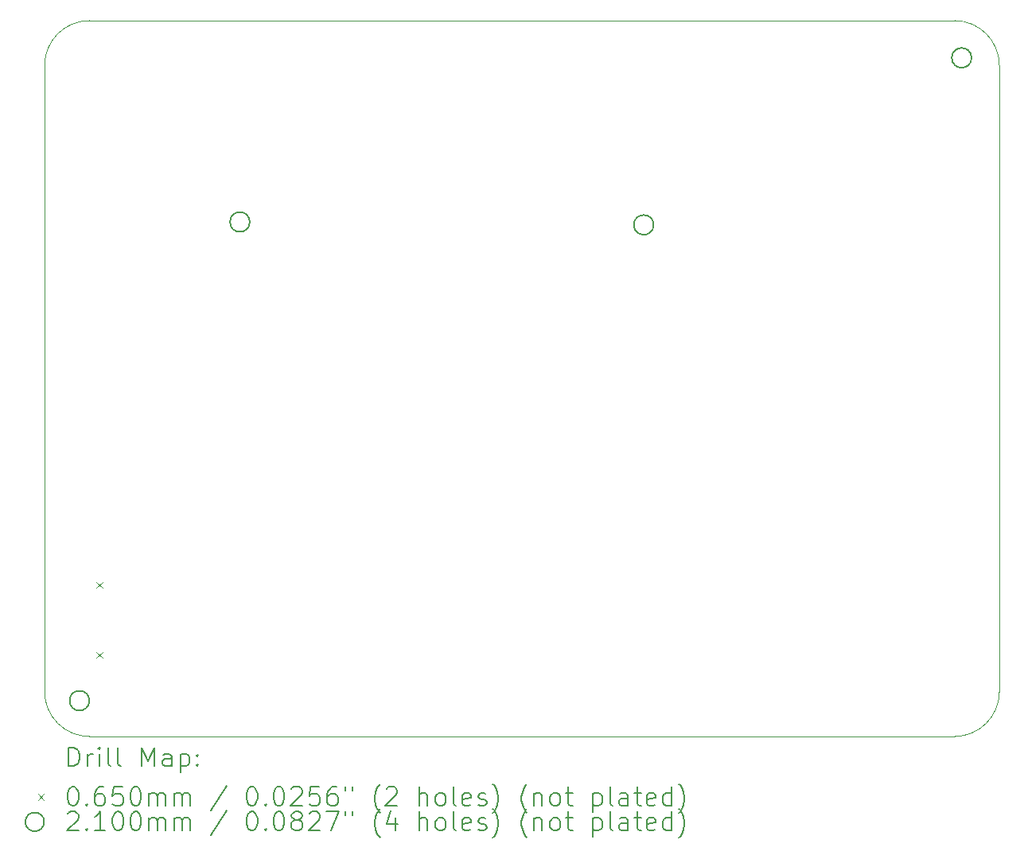
<source format=gbr>
%TF.GenerationSoftware,KiCad,Pcbnew,7.0.7*%
%TF.CreationDate,2024-11-27T13:26:34-08:00*%
%TF.ProjectId,OuterBoard_rev2.1,4f757465-7242-46f6-9172-645f72657632,rev?*%
%TF.SameCoordinates,Original*%
%TF.FileFunction,Drillmap*%
%TF.FilePolarity,Positive*%
%FSLAX45Y45*%
G04 Gerber Fmt 4.5, Leading zero omitted, Abs format (unit mm)*
G04 Created by KiCad (PCBNEW 7.0.7) date 2024-11-27 13:26:34*
%MOMM*%
%LPD*%
G01*
G04 APERTURE LIST*
%ADD10C,0.100000*%
%ADD11C,0.200000*%
%ADD12C,0.065000*%
%ADD13C,0.210000*%
G04 APERTURE END LIST*
D10*
X18272760Y-6497320D02*
G75*
G03*
X17795240Y-6019800I-477520J0D01*
G01*
X8112760Y-6497320D02*
X8112760Y-13162280D01*
X8590280Y-6019800D02*
X17795240Y-6019800D01*
X8590280Y-13639800D02*
X17795402Y-13639962D01*
X17795402Y-13639962D02*
G75*
G03*
X18272922Y-13162442I-2J477522D01*
G01*
X8590280Y-6019800D02*
G75*
G03*
X8112760Y-6497320I0J-477520D01*
G01*
X8112760Y-13162280D02*
G75*
G03*
X8590280Y-13639800I477520J0D01*
G01*
X18272922Y-13162442D02*
X18272760Y-6497320D01*
D11*
D12*
X8661670Y-11995280D02*
X8726670Y-12060280D01*
X8726670Y-11995280D02*
X8661670Y-12060280D01*
X8661670Y-12740280D02*
X8726670Y-12805280D01*
X8726670Y-12740280D02*
X8661670Y-12805280D01*
D13*
X8588600Y-13258800D02*
G75*
G03*
X8588600Y-13258800I-105000J0D01*
G01*
X10295480Y-8163560D02*
G75*
G03*
X10295480Y-8163560I-105000J0D01*
G01*
X14593160Y-8194040D02*
G75*
G03*
X14593160Y-8194040I-105000J0D01*
G01*
X17976440Y-6416040D02*
G75*
G03*
X17976440Y-6416040I-105000J0D01*
G01*
D11*
X8368537Y-13956446D02*
X8368537Y-13756446D01*
X8368537Y-13756446D02*
X8416156Y-13756446D01*
X8416156Y-13756446D02*
X8444727Y-13765970D01*
X8444727Y-13765970D02*
X8463775Y-13785018D01*
X8463775Y-13785018D02*
X8473299Y-13804065D01*
X8473299Y-13804065D02*
X8482823Y-13842160D01*
X8482823Y-13842160D02*
X8482823Y-13870732D01*
X8482823Y-13870732D02*
X8473299Y-13908827D01*
X8473299Y-13908827D02*
X8463775Y-13927875D01*
X8463775Y-13927875D02*
X8444727Y-13946922D01*
X8444727Y-13946922D02*
X8416156Y-13956446D01*
X8416156Y-13956446D02*
X8368537Y-13956446D01*
X8568537Y-13956446D02*
X8568537Y-13823113D01*
X8568537Y-13861208D02*
X8578061Y-13842160D01*
X8578061Y-13842160D02*
X8587584Y-13832637D01*
X8587584Y-13832637D02*
X8606632Y-13823113D01*
X8606632Y-13823113D02*
X8625680Y-13823113D01*
X8692346Y-13956446D02*
X8692346Y-13823113D01*
X8692346Y-13756446D02*
X8682823Y-13765970D01*
X8682823Y-13765970D02*
X8692346Y-13775494D01*
X8692346Y-13775494D02*
X8701870Y-13765970D01*
X8701870Y-13765970D02*
X8692346Y-13756446D01*
X8692346Y-13756446D02*
X8692346Y-13775494D01*
X8816156Y-13956446D02*
X8797108Y-13946922D01*
X8797108Y-13946922D02*
X8787584Y-13927875D01*
X8787584Y-13927875D02*
X8787584Y-13756446D01*
X8920918Y-13956446D02*
X8901870Y-13946922D01*
X8901870Y-13946922D02*
X8892346Y-13927875D01*
X8892346Y-13927875D02*
X8892346Y-13756446D01*
X9149489Y-13956446D02*
X9149489Y-13756446D01*
X9149489Y-13756446D02*
X9216156Y-13899303D01*
X9216156Y-13899303D02*
X9282823Y-13756446D01*
X9282823Y-13756446D02*
X9282823Y-13956446D01*
X9463775Y-13956446D02*
X9463775Y-13851684D01*
X9463775Y-13851684D02*
X9454251Y-13832637D01*
X9454251Y-13832637D02*
X9435204Y-13823113D01*
X9435204Y-13823113D02*
X9397108Y-13823113D01*
X9397108Y-13823113D02*
X9378061Y-13832637D01*
X9463775Y-13946922D02*
X9444727Y-13956446D01*
X9444727Y-13956446D02*
X9397108Y-13956446D01*
X9397108Y-13956446D02*
X9378061Y-13946922D01*
X9378061Y-13946922D02*
X9368537Y-13927875D01*
X9368537Y-13927875D02*
X9368537Y-13908827D01*
X9368537Y-13908827D02*
X9378061Y-13889779D01*
X9378061Y-13889779D02*
X9397108Y-13880256D01*
X9397108Y-13880256D02*
X9444727Y-13880256D01*
X9444727Y-13880256D02*
X9463775Y-13870732D01*
X9559013Y-13823113D02*
X9559013Y-14023113D01*
X9559013Y-13832637D02*
X9578061Y-13823113D01*
X9578061Y-13823113D02*
X9616156Y-13823113D01*
X9616156Y-13823113D02*
X9635204Y-13832637D01*
X9635204Y-13832637D02*
X9644727Y-13842160D01*
X9644727Y-13842160D02*
X9654251Y-13861208D01*
X9654251Y-13861208D02*
X9654251Y-13918351D01*
X9654251Y-13918351D02*
X9644727Y-13937398D01*
X9644727Y-13937398D02*
X9635204Y-13946922D01*
X9635204Y-13946922D02*
X9616156Y-13956446D01*
X9616156Y-13956446D02*
X9578061Y-13956446D01*
X9578061Y-13956446D02*
X9559013Y-13946922D01*
X9739965Y-13937398D02*
X9749489Y-13946922D01*
X9749489Y-13946922D02*
X9739965Y-13956446D01*
X9739965Y-13956446D02*
X9730442Y-13946922D01*
X9730442Y-13946922D02*
X9739965Y-13937398D01*
X9739965Y-13937398D02*
X9739965Y-13956446D01*
X9739965Y-13832637D02*
X9749489Y-13842160D01*
X9749489Y-13842160D02*
X9739965Y-13851684D01*
X9739965Y-13851684D02*
X9730442Y-13842160D01*
X9730442Y-13842160D02*
X9739965Y-13832637D01*
X9739965Y-13832637D02*
X9739965Y-13851684D01*
D12*
X8042760Y-14252462D02*
X8107760Y-14317462D01*
X8107760Y-14252462D02*
X8042760Y-14317462D01*
D11*
X8406632Y-14176446D02*
X8425680Y-14176446D01*
X8425680Y-14176446D02*
X8444727Y-14185970D01*
X8444727Y-14185970D02*
X8454251Y-14195494D01*
X8454251Y-14195494D02*
X8463775Y-14214541D01*
X8463775Y-14214541D02*
X8473299Y-14252637D01*
X8473299Y-14252637D02*
X8473299Y-14300256D01*
X8473299Y-14300256D02*
X8463775Y-14338351D01*
X8463775Y-14338351D02*
X8454251Y-14357398D01*
X8454251Y-14357398D02*
X8444727Y-14366922D01*
X8444727Y-14366922D02*
X8425680Y-14376446D01*
X8425680Y-14376446D02*
X8406632Y-14376446D01*
X8406632Y-14376446D02*
X8387584Y-14366922D01*
X8387584Y-14366922D02*
X8378061Y-14357398D01*
X8378061Y-14357398D02*
X8368537Y-14338351D01*
X8368537Y-14338351D02*
X8359013Y-14300256D01*
X8359013Y-14300256D02*
X8359013Y-14252637D01*
X8359013Y-14252637D02*
X8368537Y-14214541D01*
X8368537Y-14214541D02*
X8378061Y-14195494D01*
X8378061Y-14195494D02*
X8387584Y-14185970D01*
X8387584Y-14185970D02*
X8406632Y-14176446D01*
X8559013Y-14357398D02*
X8568537Y-14366922D01*
X8568537Y-14366922D02*
X8559013Y-14376446D01*
X8559013Y-14376446D02*
X8549489Y-14366922D01*
X8549489Y-14366922D02*
X8559013Y-14357398D01*
X8559013Y-14357398D02*
X8559013Y-14376446D01*
X8739965Y-14176446D02*
X8701870Y-14176446D01*
X8701870Y-14176446D02*
X8682823Y-14185970D01*
X8682823Y-14185970D02*
X8673299Y-14195494D01*
X8673299Y-14195494D02*
X8654251Y-14224065D01*
X8654251Y-14224065D02*
X8644727Y-14262160D01*
X8644727Y-14262160D02*
X8644727Y-14338351D01*
X8644727Y-14338351D02*
X8654251Y-14357398D01*
X8654251Y-14357398D02*
X8663775Y-14366922D01*
X8663775Y-14366922D02*
X8682823Y-14376446D01*
X8682823Y-14376446D02*
X8720918Y-14376446D01*
X8720918Y-14376446D02*
X8739965Y-14366922D01*
X8739965Y-14366922D02*
X8749489Y-14357398D01*
X8749489Y-14357398D02*
X8759013Y-14338351D01*
X8759013Y-14338351D02*
X8759013Y-14290732D01*
X8759013Y-14290732D02*
X8749489Y-14271684D01*
X8749489Y-14271684D02*
X8739965Y-14262160D01*
X8739965Y-14262160D02*
X8720918Y-14252637D01*
X8720918Y-14252637D02*
X8682823Y-14252637D01*
X8682823Y-14252637D02*
X8663775Y-14262160D01*
X8663775Y-14262160D02*
X8654251Y-14271684D01*
X8654251Y-14271684D02*
X8644727Y-14290732D01*
X8939965Y-14176446D02*
X8844727Y-14176446D01*
X8844727Y-14176446D02*
X8835204Y-14271684D01*
X8835204Y-14271684D02*
X8844727Y-14262160D01*
X8844727Y-14262160D02*
X8863775Y-14252637D01*
X8863775Y-14252637D02*
X8911394Y-14252637D01*
X8911394Y-14252637D02*
X8930442Y-14262160D01*
X8930442Y-14262160D02*
X8939965Y-14271684D01*
X8939965Y-14271684D02*
X8949489Y-14290732D01*
X8949489Y-14290732D02*
X8949489Y-14338351D01*
X8949489Y-14338351D02*
X8939965Y-14357398D01*
X8939965Y-14357398D02*
X8930442Y-14366922D01*
X8930442Y-14366922D02*
X8911394Y-14376446D01*
X8911394Y-14376446D02*
X8863775Y-14376446D01*
X8863775Y-14376446D02*
X8844727Y-14366922D01*
X8844727Y-14366922D02*
X8835204Y-14357398D01*
X9073299Y-14176446D02*
X9092346Y-14176446D01*
X9092346Y-14176446D02*
X9111394Y-14185970D01*
X9111394Y-14185970D02*
X9120918Y-14195494D01*
X9120918Y-14195494D02*
X9130442Y-14214541D01*
X9130442Y-14214541D02*
X9139965Y-14252637D01*
X9139965Y-14252637D02*
X9139965Y-14300256D01*
X9139965Y-14300256D02*
X9130442Y-14338351D01*
X9130442Y-14338351D02*
X9120918Y-14357398D01*
X9120918Y-14357398D02*
X9111394Y-14366922D01*
X9111394Y-14366922D02*
X9092346Y-14376446D01*
X9092346Y-14376446D02*
X9073299Y-14376446D01*
X9073299Y-14376446D02*
X9054251Y-14366922D01*
X9054251Y-14366922D02*
X9044727Y-14357398D01*
X9044727Y-14357398D02*
X9035204Y-14338351D01*
X9035204Y-14338351D02*
X9025680Y-14300256D01*
X9025680Y-14300256D02*
X9025680Y-14252637D01*
X9025680Y-14252637D02*
X9035204Y-14214541D01*
X9035204Y-14214541D02*
X9044727Y-14195494D01*
X9044727Y-14195494D02*
X9054251Y-14185970D01*
X9054251Y-14185970D02*
X9073299Y-14176446D01*
X9225680Y-14376446D02*
X9225680Y-14243113D01*
X9225680Y-14262160D02*
X9235204Y-14252637D01*
X9235204Y-14252637D02*
X9254251Y-14243113D01*
X9254251Y-14243113D02*
X9282823Y-14243113D01*
X9282823Y-14243113D02*
X9301870Y-14252637D01*
X9301870Y-14252637D02*
X9311394Y-14271684D01*
X9311394Y-14271684D02*
X9311394Y-14376446D01*
X9311394Y-14271684D02*
X9320918Y-14252637D01*
X9320918Y-14252637D02*
X9339965Y-14243113D01*
X9339965Y-14243113D02*
X9368537Y-14243113D01*
X9368537Y-14243113D02*
X9387585Y-14252637D01*
X9387585Y-14252637D02*
X9397108Y-14271684D01*
X9397108Y-14271684D02*
X9397108Y-14376446D01*
X9492346Y-14376446D02*
X9492346Y-14243113D01*
X9492346Y-14262160D02*
X9501870Y-14252637D01*
X9501870Y-14252637D02*
X9520918Y-14243113D01*
X9520918Y-14243113D02*
X9549489Y-14243113D01*
X9549489Y-14243113D02*
X9568537Y-14252637D01*
X9568537Y-14252637D02*
X9578061Y-14271684D01*
X9578061Y-14271684D02*
X9578061Y-14376446D01*
X9578061Y-14271684D02*
X9587585Y-14252637D01*
X9587585Y-14252637D02*
X9606632Y-14243113D01*
X9606632Y-14243113D02*
X9635204Y-14243113D01*
X9635204Y-14243113D02*
X9654251Y-14252637D01*
X9654251Y-14252637D02*
X9663775Y-14271684D01*
X9663775Y-14271684D02*
X9663775Y-14376446D01*
X10054251Y-14166922D02*
X9882823Y-14424065D01*
X10311394Y-14176446D02*
X10330442Y-14176446D01*
X10330442Y-14176446D02*
X10349489Y-14185970D01*
X10349489Y-14185970D02*
X10359013Y-14195494D01*
X10359013Y-14195494D02*
X10368537Y-14214541D01*
X10368537Y-14214541D02*
X10378061Y-14252637D01*
X10378061Y-14252637D02*
X10378061Y-14300256D01*
X10378061Y-14300256D02*
X10368537Y-14338351D01*
X10368537Y-14338351D02*
X10359013Y-14357398D01*
X10359013Y-14357398D02*
X10349489Y-14366922D01*
X10349489Y-14366922D02*
X10330442Y-14376446D01*
X10330442Y-14376446D02*
X10311394Y-14376446D01*
X10311394Y-14376446D02*
X10292347Y-14366922D01*
X10292347Y-14366922D02*
X10282823Y-14357398D01*
X10282823Y-14357398D02*
X10273299Y-14338351D01*
X10273299Y-14338351D02*
X10263775Y-14300256D01*
X10263775Y-14300256D02*
X10263775Y-14252637D01*
X10263775Y-14252637D02*
X10273299Y-14214541D01*
X10273299Y-14214541D02*
X10282823Y-14195494D01*
X10282823Y-14195494D02*
X10292347Y-14185970D01*
X10292347Y-14185970D02*
X10311394Y-14176446D01*
X10463775Y-14357398D02*
X10473299Y-14366922D01*
X10473299Y-14366922D02*
X10463775Y-14376446D01*
X10463775Y-14376446D02*
X10454251Y-14366922D01*
X10454251Y-14366922D02*
X10463775Y-14357398D01*
X10463775Y-14357398D02*
X10463775Y-14376446D01*
X10597108Y-14176446D02*
X10616156Y-14176446D01*
X10616156Y-14176446D02*
X10635204Y-14185970D01*
X10635204Y-14185970D02*
X10644728Y-14195494D01*
X10644728Y-14195494D02*
X10654251Y-14214541D01*
X10654251Y-14214541D02*
X10663775Y-14252637D01*
X10663775Y-14252637D02*
X10663775Y-14300256D01*
X10663775Y-14300256D02*
X10654251Y-14338351D01*
X10654251Y-14338351D02*
X10644728Y-14357398D01*
X10644728Y-14357398D02*
X10635204Y-14366922D01*
X10635204Y-14366922D02*
X10616156Y-14376446D01*
X10616156Y-14376446D02*
X10597108Y-14376446D01*
X10597108Y-14376446D02*
X10578061Y-14366922D01*
X10578061Y-14366922D02*
X10568537Y-14357398D01*
X10568537Y-14357398D02*
X10559013Y-14338351D01*
X10559013Y-14338351D02*
X10549489Y-14300256D01*
X10549489Y-14300256D02*
X10549489Y-14252637D01*
X10549489Y-14252637D02*
X10559013Y-14214541D01*
X10559013Y-14214541D02*
X10568537Y-14195494D01*
X10568537Y-14195494D02*
X10578061Y-14185970D01*
X10578061Y-14185970D02*
X10597108Y-14176446D01*
X10739966Y-14195494D02*
X10749489Y-14185970D01*
X10749489Y-14185970D02*
X10768537Y-14176446D01*
X10768537Y-14176446D02*
X10816156Y-14176446D01*
X10816156Y-14176446D02*
X10835204Y-14185970D01*
X10835204Y-14185970D02*
X10844728Y-14195494D01*
X10844728Y-14195494D02*
X10854251Y-14214541D01*
X10854251Y-14214541D02*
X10854251Y-14233589D01*
X10854251Y-14233589D02*
X10844728Y-14262160D01*
X10844728Y-14262160D02*
X10730442Y-14376446D01*
X10730442Y-14376446D02*
X10854251Y-14376446D01*
X11035204Y-14176446D02*
X10939966Y-14176446D01*
X10939966Y-14176446D02*
X10930442Y-14271684D01*
X10930442Y-14271684D02*
X10939966Y-14262160D01*
X10939966Y-14262160D02*
X10959013Y-14252637D01*
X10959013Y-14252637D02*
X11006632Y-14252637D01*
X11006632Y-14252637D02*
X11025680Y-14262160D01*
X11025680Y-14262160D02*
X11035204Y-14271684D01*
X11035204Y-14271684D02*
X11044728Y-14290732D01*
X11044728Y-14290732D02*
X11044728Y-14338351D01*
X11044728Y-14338351D02*
X11035204Y-14357398D01*
X11035204Y-14357398D02*
X11025680Y-14366922D01*
X11025680Y-14366922D02*
X11006632Y-14376446D01*
X11006632Y-14376446D02*
X10959013Y-14376446D01*
X10959013Y-14376446D02*
X10939966Y-14366922D01*
X10939966Y-14366922D02*
X10930442Y-14357398D01*
X11216156Y-14176446D02*
X11178061Y-14176446D01*
X11178061Y-14176446D02*
X11159013Y-14185970D01*
X11159013Y-14185970D02*
X11149489Y-14195494D01*
X11149489Y-14195494D02*
X11130442Y-14224065D01*
X11130442Y-14224065D02*
X11120918Y-14262160D01*
X11120918Y-14262160D02*
X11120918Y-14338351D01*
X11120918Y-14338351D02*
X11130442Y-14357398D01*
X11130442Y-14357398D02*
X11139966Y-14366922D01*
X11139966Y-14366922D02*
X11159013Y-14376446D01*
X11159013Y-14376446D02*
X11197108Y-14376446D01*
X11197108Y-14376446D02*
X11216156Y-14366922D01*
X11216156Y-14366922D02*
X11225680Y-14357398D01*
X11225680Y-14357398D02*
X11235204Y-14338351D01*
X11235204Y-14338351D02*
X11235204Y-14290732D01*
X11235204Y-14290732D02*
X11225680Y-14271684D01*
X11225680Y-14271684D02*
X11216156Y-14262160D01*
X11216156Y-14262160D02*
X11197108Y-14252637D01*
X11197108Y-14252637D02*
X11159013Y-14252637D01*
X11159013Y-14252637D02*
X11139966Y-14262160D01*
X11139966Y-14262160D02*
X11130442Y-14271684D01*
X11130442Y-14271684D02*
X11120918Y-14290732D01*
X11311394Y-14176446D02*
X11311394Y-14214541D01*
X11387585Y-14176446D02*
X11387585Y-14214541D01*
X11682823Y-14452637D02*
X11673299Y-14443113D01*
X11673299Y-14443113D02*
X11654251Y-14414541D01*
X11654251Y-14414541D02*
X11644728Y-14395494D01*
X11644728Y-14395494D02*
X11635204Y-14366922D01*
X11635204Y-14366922D02*
X11625680Y-14319303D01*
X11625680Y-14319303D02*
X11625680Y-14281208D01*
X11625680Y-14281208D02*
X11635204Y-14233589D01*
X11635204Y-14233589D02*
X11644728Y-14205018D01*
X11644728Y-14205018D02*
X11654251Y-14185970D01*
X11654251Y-14185970D02*
X11673299Y-14157398D01*
X11673299Y-14157398D02*
X11682823Y-14147875D01*
X11749489Y-14195494D02*
X11759013Y-14185970D01*
X11759013Y-14185970D02*
X11778061Y-14176446D01*
X11778061Y-14176446D02*
X11825680Y-14176446D01*
X11825680Y-14176446D02*
X11844728Y-14185970D01*
X11844728Y-14185970D02*
X11854251Y-14195494D01*
X11854251Y-14195494D02*
X11863775Y-14214541D01*
X11863775Y-14214541D02*
X11863775Y-14233589D01*
X11863775Y-14233589D02*
X11854251Y-14262160D01*
X11854251Y-14262160D02*
X11739966Y-14376446D01*
X11739966Y-14376446D02*
X11863775Y-14376446D01*
X12101870Y-14376446D02*
X12101870Y-14176446D01*
X12187585Y-14376446D02*
X12187585Y-14271684D01*
X12187585Y-14271684D02*
X12178061Y-14252637D01*
X12178061Y-14252637D02*
X12159013Y-14243113D01*
X12159013Y-14243113D02*
X12130442Y-14243113D01*
X12130442Y-14243113D02*
X12111394Y-14252637D01*
X12111394Y-14252637D02*
X12101870Y-14262160D01*
X12311394Y-14376446D02*
X12292347Y-14366922D01*
X12292347Y-14366922D02*
X12282823Y-14357398D01*
X12282823Y-14357398D02*
X12273299Y-14338351D01*
X12273299Y-14338351D02*
X12273299Y-14281208D01*
X12273299Y-14281208D02*
X12282823Y-14262160D01*
X12282823Y-14262160D02*
X12292347Y-14252637D01*
X12292347Y-14252637D02*
X12311394Y-14243113D01*
X12311394Y-14243113D02*
X12339966Y-14243113D01*
X12339966Y-14243113D02*
X12359013Y-14252637D01*
X12359013Y-14252637D02*
X12368537Y-14262160D01*
X12368537Y-14262160D02*
X12378061Y-14281208D01*
X12378061Y-14281208D02*
X12378061Y-14338351D01*
X12378061Y-14338351D02*
X12368537Y-14357398D01*
X12368537Y-14357398D02*
X12359013Y-14366922D01*
X12359013Y-14366922D02*
X12339966Y-14376446D01*
X12339966Y-14376446D02*
X12311394Y-14376446D01*
X12492347Y-14376446D02*
X12473299Y-14366922D01*
X12473299Y-14366922D02*
X12463775Y-14347875D01*
X12463775Y-14347875D02*
X12463775Y-14176446D01*
X12644728Y-14366922D02*
X12625680Y-14376446D01*
X12625680Y-14376446D02*
X12587585Y-14376446D01*
X12587585Y-14376446D02*
X12568537Y-14366922D01*
X12568537Y-14366922D02*
X12559013Y-14347875D01*
X12559013Y-14347875D02*
X12559013Y-14271684D01*
X12559013Y-14271684D02*
X12568537Y-14252637D01*
X12568537Y-14252637D02*
X12587585Y-14243113D01*
X12587585Y-14243113D02*
X12625680Y-14243113D01*
X12625680Y-14243113D02*
X12644728Y-14252637D01*
X12644728Y-14252637D02*
X12654251Y-14271684D01*
X12654251Y-14271684D02*
X12654251Y-14290732D01*
X12654251Y-14290732D02*
X12559013Y-14309779D01*
X12730442Y-14366922D02*
X12749490Y-14376446D01*
X12749490Y-14376446D02*
X12787585Y-14376446D01*
X12787585Y-14376446D02*
X12806632Y-14366922D01*
X12806632Y-14366922D02*
X12816156Y-14347875D01*
X12816156Y-14347875D02*
X12816156Y-14338351D01*
X12816156Y-14338351D02*
X12806632Y-14319303D01*
X12806632Y-14319303D02*
X12787585Y-14309779D01*
X12787585Y-14309779D02*
X12759013Y-14309779D01*
X12759013Y-14309779D02*
X12739966Y-14300256D01*
X12739966Y-14300256D02*
X12730442Y-14281208D01*
X12730442Y-14281208D02*
X12730442Y-14271684D01*
X12730442Y-14271684D02*
X12739966Y-14252637D01*
X12739966Y-14252637D02*
X12759013Y-14243113D01*
X12759013Y-14243113D02*
X12787585Y-14243113D01*
X12787585Y-14243113D02*
X12806632Y-14252637D01*
X12882823Y-14452637D02*
X12892347Y-14443113D01*
X12892347Y-14443113D02*
X12911394Y-14414541D01*
X12911394Y-14414541D02*
X12920918Y-14395494D01*
X12920918Y-14395494D02*
X12930442Y-14366922D01*
X12930442Y-14366922D02*
X12939966Y-14319303D01*
X12939966Y-14319303D02*
X12939966Y-14281208D01*
X12939966Y-14281208D02*
X12930442Y-14233589D01*
X12930442Y-14233589D02*
X12920918Y-14205018D01*
X12920918Y-14205018D02*
X12911394Y-14185970D01*
X12911394Y-14185970D02*
X12892347Y-14157398D01*
X12892347Y-14157398D02*
X12882823Y-14147875D01*
X13244728Y-14452637D02*
X13235204Y-14443113D01*
X13235204Y-14443113D02*
X13216156Y-14414541D01*
X13216156Y-14414541D02*
X13206632Y-14395494D01*
X13206632Y-14395494D02*
X13197109Y-14366922D01*
X13197109Y-14366922D02*
X13187585Y-14319303D01*
X13187585Y-14319303D02*
X13187585Y-14281208D01*
X13187585Y-14281208D02*
X13197109Y-14233589D01*
X13197109Y-14233589D02*
X13206632Y-14205018D01*
X13206632Y-14205018D02*
X13216156Y-14185970D01*
X13216156Y-14185970D02*
X13235204Y-14157398D01*
X13235204Y-14157398D02*
X13244728Y-14147875D01*
X13320918Y-14243113D02*
X13320918Y-14376446D01*
X13320918Y-14262160D02*
X13330442Y-14252637D01*
X13330442Y-14252637D02*
X13349490Y-14243113D01*
X13349490Y-14243113D02*
X13378061Y-14243113D01*
X13378061Y-14243113D02*
X13397109Y-14252637D01*
X13397109Y-14252637D02*
X13406632Y-14271684D01*
X13406632Y-14271684D02*
X13406632Y-14376446D01*
X13530442Y-14376446D02*
X13511394Y-14366922D01*
X13511394Y-14366922D02*
X13501871Y-14357398D01*
X13501871Y-14357398D02*
X13492347Y-14338351D01*
X13492347Y-14338351D02*
X13492347Y-14281208D01*
X13492347Y-14281208D02*
X13501871Y-14262160D01*
X13501871Y-14262160D02*
X13511394Y-14252637D01*
X13511394Y-14252637D02*
X13530442Y-14243113D01*
X13530442Y-14243113D02*
X13559013Y-14243113D01*
X13559013Y-14243113D02*
X13578061Y-14252637D01*
X13578061Y-14252637D02*
X13587585Y-14262160D01*
X13587585Y-14262160D02*
X13597109Y-14281208D01*
X13597109Y-14281208D02*
X13597109Y-14338351D01*
X13597109Y-14338351D02*
X13587585Y-14357398D01*
X13587585Y-14357398D02*
X13578061Y-14366922D01*
X13578061Y-14366922D02*
X13559013Y-14376446D01*
X13559013Y-14376446D02*
X13530442Y-14376446D01*
X13654252Y-14243113D02*
X13730442Y-14243113D01*
X13682823Y-14176446D02*
X13682823Y-14347875D01*
X13682823Y-14347875D02*
X13692347Y-14366922D01*
X13692347Y-14366922D02*
X13711394Y-14376446D01*
X13711394Y-14376446D02*
X13730442Y-14376446D01*
X13949490Y-14243113D02*
X13949490Y-14443113D01*
X13949490Y-14252637D02*
X13968537Y-14243113D01*
X13968537Y-14243113D02*
X14006633Y-14243113D01*
X14006633Y-14243113D02*
X14025680Y-14252637D01*
X14025680Y-14252637D02*
X14035204Y-14262160D01*
X14035204Y-14262160D02*
X14044728Y-14281208D01*
X14044728Y-14281208D02*
X14044728Y-14338351D01*
X14044728Y-14338351D02*
X14035204Y-14357398D01*
X14035204Y-14357398D02*
X14025680Y-14366922D01*
X14025680Y-14366922D02*
X14006633Y-14376446D01*
X14006633Y-14376446D02*
X13968537Y-14376446D01*
X13968537Y-14376446D02*
X13949490Y-14366922D01*
X14159013Y-14376446D02*
X14139966Y-14366922D01*
X14139966Y-14366922D02*
X14130442Y-14347875D01*
X14130442Y-14347875D02*
X14130442Y-14176446D01*
X14320918Y-14376446D02*
X14320918Y-14271684D01*
X14320918Y-14271684D02*
X14311394Y-14252637D01*
X14311394Y-14252637D02*
X14292347Y-14243113D01*
X14292347Y-14243113D02*
X14254252Y-14243113D01*
X14254252Y-14243113D02*
X14235204Y-14252637D01*
X14320918Y-14366922D02*
X14301871Y-14376446D01*
X14301871Y-14376446D02*
X14254252Y-14376446D01*
X14254252Y-14376446D02*
X14235204Y-14366922D01*
X14235204Y-14366922D02*
X14225680Y-14347875D01*
X14225680Y-14347875D02*
X14225680Y-14328827D01*
X14225680Y-14328827D02*
X14235204Y-14309779D01*
X14235204Y-14309779D02*
X14254252Y-14300256D01*
X14254252Y-14300256D02*
X14301871Y-14300256D01*
X14301871Y-14300256D02*
X14320918Y-14290732D01*
X14387585Y-14243113D02*
X14463775Y-14243113D01*
X14416156Y-14176446D02*
X14416156Y-14347875D01*
X14416156Y-14347875D02*
X14425680Y-14366922D01*
X14425680Y-14366922D02*
X14444728Y-14376446D01*
X14444728Y-14376446D02*
X14463775Y-14376446D01*
X14606633Y-14366922D02*
X14587585Y-14376446D01*
X14587585Y-14376446D02*
X14549490Y-14376446D01*
X14549490Y-14376446D02*
X14530442Y-14366922D01*
X14530442Y-14366922D02*
X14520918Y-14347875D01*
X14520918Y-14347875D02*
X14520918Y-14271684D01*
X14520918Y-14271684D02*
X14530442Y-14252637D01*
X14530442Y-14252637D02*
X14549490Y-14243113D01*
X14549490Y-14243113D02*
X14587585Y-14243113D01*
X14587585Y-14243113D02*
X14606633Y-14252637D01*
X14606633Y-14252637D02*
X14616156Y-14271684D01*
X14616156Y-14271684D02*
X14616156Y-14290732D01*
X14616156Y-14290732D02*
X14520918Y-14309779D01*
X14787585Y-14376446D02*
X14787585Y-14176446D01*
X14787585Y-14366922D02*
X14768537Y-14376446D01*
X14768537Y-14376446D02*
X14730442Y-14376446D01*
X14730442Y-14376446D02*
X14711394Y-14366922D01*
X14711394Y-14366922D02*
X14701871Y-14357398D01*
X14701871Y-14357398D02*
X14692347Y-14338351D01*
X14692347Y-14338351D02*
X14692347Y-14281208D01*
X14692347Y-14281208D02*
X14701871Y-14262160D01*
X14701871Y-14262160D02*
X14711394Y-14252637D01*
X14711394Y-14252637D02*
X14730442Y-14243113D01*
X14730442Y-14243113D02*
X14768537Y-14243113D01*
X14768537Y-14243113D02*
X14787585Y-14252637D01*
X14863775Y-14452637D02*
X14873299Y-14443113D01*
X14873299Y-14443113D02*
X14892347Y-14414541D01*
X14892347Y-14414541D02*
X14901871Y-14395494D01*
X14901871Y-14395494D02*
X14911394Y-14366922D01*
X14911394Y-14366922D02*
X14920918Y-14319303D01*
X14920918Y-14319303D02*
X14920918Y-14281208D01*
X14920918Y-14281208D02*
X14911394Y-14233589D01*
X14911394Y-14233589D02*
X14901871Y-14205018D01*
X14901871Y-14205018D02*
X14892347Y-14185970D01*
X14892347Y-14185970D02*
X14873299Y-14157398D01*
X14873299Y-14157398D02*
X14863775Y-14147875D01*
X8107760Y-14548962D02*
G75*
G03*
X8107760Y-14548962I-100000J0D01*
G01*
X8359013Y-14459494D02*
X8368537Y-14449970D01*
X8368537Y-14449970D02*
X8387584Y-14440446D01*
X8387584Y-14440446D02*
X8435204Y-14440446D01*
X8435204Y-14440446D02*
X8454251Y-14449970D01*
X8454251Y-14449970D02*
X8463775Y-14459494D01*
X8463775Y-14459494D02*
X8473299Y-14478541D01*
X8473299Y-14478541D02*
X8473299Y-14497589D01*
X8473299Y-14497589D02*
X8463775Y-14526160D01*
X8463775Y-14526160D02*
X8349489Y-14640446D01*
X8349489Y-14640446D02*
X8473299Y-14640446D01*
X8559013Y-14621398D02*
X8568537Y-14630922D01*
X8568537Y-14630922D02*
X8559013Y-14640446D01*
X8559013Y-14640446D02*
X8549489Y-14630922D01*
X8549489Y-14630922D02*
X8559013Y-14621398D01*
X8559013Y-14621398D02*
X8559013Y-14640446D01*
X8759013Y-14640446D02*
X8644727Y-14640446D01*
X8701870Y-14640446D02*
X8701870Y-14440446D01*
X8701870Y-14440446D02*
X8682823Y-14469018D01*
X8682823Y-14469018D02*
X8663775Y-14488065D01*
X8663775Y-14488065D02*
X8644727Y-14497589D01*
X8882823Y-14440446D02*
X8901870Y-14440446D01*
X8901870Y-14440446D02*
X8920918Y-14449970D01*
X8920918Y-14449970D02*
X8930442Y-14459494D01*
X8930442Y-14459494D02*
X8939965Y-14478541D01*
X8939965Y-14478541D02*
X8949489Y-14516637D01*
X8949489Y-14516637D02*
X8949489Y-14564256D01*
X8949489Y-14564256D02*
X8939965Y-14602351D01*
X8939965Y-14602351D02*
X8930442Y-14621398D01*
X8930442Y-14621398D02*
X8920918Y-14630922D01*
X8920918Y-14630922D02*
X8901870Y-14640446D01*
X8901870Y-14640446D02*
X8882823Y-14640446D01*
X8882823Y-14640446D02*
X8863775Y-14630922D01*
X8863775Y-14630922D02*
X8854251Y-14621398D01*
X8854251Y-14621398D02*
X8844727Y-14602351D01*
X8844727Y-14602351D02*
X8835204Y-14564256D01*
X8835204Y-14564256D02*
X8835204Y-14516637D01*
X8835204Y-14516637D02*
X8844727Y-14478541D01*
X8844727Y-14478541D02*
X8854251Y-14459494D01*
X8854251Y-14459494D02*
X8863775Y-14449970D01*
X8863775Y-14449970D02*
X8882823Y-14440446D01*
X9073299Y-14440446D02*
X9092346Y-14440446D01*
X9092346Y-14440446D02*
X9111394Y-14449970D01*
X9111394Y-14449970D02*
X9120918Y-14459494D01*
X9120918Y-14459494D02*
X9130442Y-14478541D01*
X9130442Y-14478541D02*
X9139965Y-14516637D01*
X9139965Y-14516637D02*
X9139965Y-14564256D01*
X9139965Y-14564256D02*
X9130442Y-14602351D01*
X9130442Y-14602351D02*
X9120918Y-14621398D01*
X9120918Y-14621398D02*
X9111394Y-14630922D01*
X9111394Y-14630922D02*
X9092346Y-14640446D01*
X9092346Y-14640446D02*
X9073299Y-14640446D01*
X9073299Y-14640446D02*
X9054251Y-14630922D01*
X9054251Y-14630922D02*
X9044727Y-14621398D01*
X9044727Y-14621398D02*
X9035204Y-14602351D01*
X9035204Y-14602351D02*
X9025680Y-14564256D01*
X9025680Y-14564256D02*
X9025680Y-14516637D01*
X9025680Y-14516637D02*
X9035204Y-14478541D01*
X9035204Y-14478541D02*
X9044727Y-14459494D01*
X9044727Y-14459494D02*
X9054251Y-14449970D01*
X9054251Y-14449970D02*
X9073299Y-14440446D01*
X9225680Y-14640446D02*
X9225680Y-14507113D01*
X9225680Y-14526160D02*
X9235204Y-14516637D01*
X9235204Y-14516637D02*
X9254251Y-14507113D01*
X9254251Y-14507113D02*
X9282823Y-14507113D01*
X9282823Y-14507113D02*
X9301870Y-14516637D01*
X9301870Y-14516637D02*
X9311394Y-14535684D01*
X9311394Y-14535684D02*
X9311394Y-14640446D01*
X9311394Y-14535684D02*
X9320918Y-14516637D01*
X9320918Y-14516637D02*
X9339965Y-14507113D01*
X9339965Y-14507113D02*
X9368537Y-14507113D01*
X9368537Y-14507113D02*
X9387585Y-14516637D01*
X9387585Y-14516637D02*
X9397108Y-14535684D01*
X9397108Y-14535684D02*
X9397108Y-14640446D01*
X9492346Y-14640446D02*
X9492346Y-14507113D01*
X9492346Y-14526160D02*
X9501870Y-14516637D01*
X9501870Y-14516637D02*
X9520918Y-14507113D01*
X9520918Y-14507113D02*
X9549489Y-14507113D01*
X9549489Y-14507113D02*
X9568537Y-14516637D01*
X9568537Y-14516637D02*
X9578061Y-14535684D01*
X9578061Y-14535684D02*
X9578061Y-14640446D01*
X9578061Y-14535684D02*
X9587585Y-14516637D01*
X9587585Y-14516637D02*
X9606632Y-14507113D01*
X9606632Y-14507113D02*
X9635204Y-14507113D01*
X9635204Y-14507113D02*
X9654251Y-14516637D01*
X9654251Y-14516637D02*
X9663775Y-14535684D01*
X9663775Y-14535684D02*
X9663775Y-14640446D01*
X10054251Y-14430922D02*
X9882823Y-14688065D01*
X10311394Y-14440446D02*
X10330442Y-14440446D01*
X10330442Y-14440446D02*
X10349489Y-14449970D01*
X10349489Y-14449970D02*
X10359013Y-14459494D01*
X10359013Y-14459494D02*
X10368537Y-14478541D01*
X10368537Y-14478541D02*
X10378061Y-14516637D01*
X10378061Y-14516637D02*
X10378061Y-14564256D01*
X10378061Y-14564256D02*
X10368537Y-14602351D01*
X10368537Y-14602351D02*
X10359013Y-14621398D01*
X10359013Y-14621398D02*
X10349489Y-14630922D01*
X10349489Y-14630922D02*
X10330442Y-14640446D01*
X10330442Y-14640446D02*
X10311394Y-14640446D01*
X10311394Y-14640446D02*
X10292347Y-14630922D01*
X10292347Y-14630922D02*
X10282823Y-14621398D01*
X10282823Y-14621398D02*
X10273299Y-14602351D01*
X10273299Y-14602351D02*
X10263775Y-14564256D01*
X10263775Y-14564256D02*
X10263775Y-14516637D01*
X10263775Y-14516637D02*
X10273299Y-14478541D01*
X10273299Y-14478541D02*
X10282823Y-14459494D01*
X10282823Y-14459494D02*
X10292347Y-14449970D01*
X10292347Y-14449970D02*
X10311394Y-14440446D01*
X10463775Y-14621398D02*
X10473299Y-14630922D01*
X10473299Y-14630922D02*
X10463775Y-14640446D01*
X10463775Y-14640446D02*
X10454251Y-14630922D01*
X10454251Y-14630922D02*
X10463775Y-14621398D01*
X10463775Y-14621398D02*
X10463775Y-14640446D01*
X10597108Y-14440446D02*
X10616156Y-14440446D01*
X10616156Y-14440446D02*
X10635204Y-14449970D01*
X10635204Y-14449970D02*
X10644728Y-14459494D01*
X10644728Y-14459494D02*
X10654251Y-14478541D01*
X10654251Y-14478541D02*
X10663775Y-14516637D01*
X10663775Y-14516637D02*
X10663775Y-14564256D01*
X10663775Y-14564256D02*
X10654251Y-14602351D01*
X10654251Y-14602351D02*
X10644728Y-14621398D01*
X10644728Y-14621398D02*
X10635204Y-14630922D01*
X10635204Y-14630922D02*
X10616156Y-14640446D01*
X10616156Y-14640446D02*
X10597108Y-14640446D01*
X10597108Y-14640446D02*
X10578061Y-14630922D01*
X10578061Y-14630922D02*
X10568537Y-14621398D01*
X10568537Y-14621398D02*
X10559013Y-14602351D01*
X10559013Y-14602351D02*
X10549489Y-14564256D01*
X10549489Y-14564256D02*
X10549489Y-14516637D01*
X10549489Y-14516637D02*
X10559013Y-14478541D01*
X10559013Y-14478541D02*
X10568537Y-14459494D01*
X10568537Y-14459494D02*
X10578061Y-14449970D01*
X10578061Y-14449970D02*
X10597108Y-14440446D01*
X10778061Y-14526160D02*
X10759013Y-14516637D01*
X10759013Y-14516637D02*
X10749489Y-14507113D01*
X10749489Y-14507113D02*
X10739966Y-14488065D01*
X10739966Y-14488065D02*
X10739966Y-14478541D01*
X10739966Y-14478541D02*
X10749489Y-14459494D01*
X10749489Y-14459494D02*
X10759013Y-14449970D01*
X10759013Y-14449970D02*
X10778061Y-14440446D01*
X10778061Y-14440446D02*
X10816156Y-14440446D01*
X10816156Y-14440446D02*
X10835204Y-14449970D01*
X10835204Y-14449970D02*
X10844728Y-14459494D01*
X10844728Y-14459494D02*
X10854251Y-14478541D01*
X10854251Y-14478541D02*
X10854251Y-14488065D01*
X10854251Y-14488065D02*
X10844728Y-14507113D01*
X10844728Y-14507113D02*
X10835204Y-14516637D01*
X10835204Y-14516637D02*
X10816156Y-14526160D01*
X10816156Y-14526160D02*
X10778061Y-14526160D01*
X10778061Y-14526160D02*
X10759013Y-14535684D01*
X10759013Y-14535684D02*
X10749489Y-14545208D01*
X10749489Y-14545208D02*
X10739966Y-14564256D01*
X10739966Y-14564256D02*
X10739966Y-14602351D01*
X10739966Y-14602351D02*
X10749489Y-14621398D01*
X10749489Y-14621398D02*
X10759013Y-14630922D01*
X10759013Y-14630922D02*
X10778061Y-14640446D01*
X10778061Y-14640446D02*
X10816156Y-14640446D01*
X10816156Y-14640446D02*
X10835204Y-14630922D01*
X10835204Y-14630922D02*
X10844728Y-14621398D01*
X10844728Y-14621398D02*
X10854251Y-14602351D01*
X10854251Y-14602351D02*
X10854251Y-14564256D01*
X10854251Y-14564256D02*
X10844728Y-14545208D01*
X10844728Y-14545208D02*
X10835204Y-14535684D01*
X10835204Y-14535684D02*
X10816156Y-14526160D01*
X10930442Y-14459494D02*
X10939966Y-14449970D01*
X10939966Y-14449970D02*
X10959013Y-14440446D01*
X10959013Y-14440446D02*
X11006632Y-14440446D01*
X11006632Y-14440446D02*
X11025680Y-14449970D01*
X11025680Y-14449970D02*
X11035204Y-14459494D01*
X11035204Y-14459494D02*
X11044728Y-14478541D01*
X11044728Y-14478541D02*
X11044728Y-14497589D01*
X11044728Y-14497589D02*
X11035204Y-14526160D01*
X11035204Y-14526160D02*
X10920918Y-14640446D01*
X10920918Y-14640446D02*
X11044728Y-14640446D01*
X11111394Y-14440446D02*
X11244727Y-14440446D01*
X11244727Y-14440446D02*
X11159013Y-14640446D01*
X11311394Y-14440446D02*
X11311394Y-14478541D01*
X11387585Y-14440446D02*
X11387585Y-14478541D01*
X11682823Y-14716637D02*
X11673299Y-14707113D01*
X11673299Y-14707113D02*
X11654251Y-14678541D01*
X11654251Y-14678541D02*
X11644728Y-14659494D01*
X11644728Y-14659494D02*
X11635204Y-14630922D01*
X11635204Y-14630922D02*
X11625680Y-14583303D01*
X11625680Y-14583303D02*
X11625680Y-14545208D01*
X11625680Y-14545208D02*
X11635204Y-14497589D01*
X11635204Y-14497589D02*
X11644728Y-14469018D01*
X11644728Y-14469018D02*
X11654251Y-14449970D01*
X11654251Y-14449970D02*
X11673299Y-14421398D01*
X11673299Y-14421398D02*
X11682823Y-14411875D01*
X11844728Y-14507113D02*
X11844728Y-14640446D01*
X11797108Y-14430922D02*
X11749489Y-14573779D01*
X11749489Y-14573779D02*
X11873299Y-14573779D01*
X12101870Y-14640446D02*
X12101870Y-14440446D01*
X12187585Y-14640446D02*
X12187585Y-14535684D01*
X12187585Y-14535684D02*
X12178061Y-14516637D01*
X12178061Y-14516637D02*
X12159013Y-14507113D01*
X12159013Y-14507113D02*
X12130442Y-14507113D01*
X12130442Y-14507113D02*
X12111394Y-14516637D01*
X12111394Y-14516637D02*
X12101870Y-14526160D01*
X12311394Y-14640446D02*
X12292347Y-14630922D01*
X12292347Y-14630922D02*
X12282823Y-14621398D01*
X12282823Y-14621398D02*
X12273299Y-14602351D01*
X12273299Y-14602351D02*
X12273299Y-14545208D01*
X12273299Y-14545208D02*
X12282823Y-14526160D01*
X12282823Y-14526160D02*
X12292347Y-14516637D01*
X12292347Y-14516637D02*
X12311394Y-14507113D01*
X12311394Y-14507113D02*
X12339966Y-14507113D01*
X12339966Y-14507113D02*
X12359013Y-14516637D01*
X12359013Y-14516637D02*
X12368537Y-14526160D01*
X12368537Y-14526160D02*
X12378061Y-14545208D01*
X12378061Y-14545208D02*
X12378061Y-14602351D01*
X12378061Y-14602351D02*
X12368537Y-14621398D01*
X12368537Y-14621398D02*
X12359013Y-14630922D01*
X12359013Y-14630922D02*
X12339966Y-14640446D01*
X12339966Y-14640446D02*
X12311394Y-14640446D01*
X12492347Y-14640446D02*
X12473299Y-14630922D01*
X12473299Y-14630922D02*
X12463775Y-14611875D01*
X12463775Y-14611875D02*
X12463775Y-14440446D01*
X12644728Y-14630922D02*
X12625680Y-14640446D01*
X12625680Y-14640446D02*
X12587585Y-14640446D01*
X12587585Y-14640446D02*
X12568537Y-14630922D01*
X12568537Y-14630922D02*
X12559013Y-14611875D01*
X12559013Y-14611875D02*
X12559013Y-14535684D01*
X12559013Y-14535684D02*
X12568537Y-14516637D01*
X12568537Y-14516637D02*
X12587585Y-14507113D01*
X12587585Y-14507113D02*
X12625680Y-14507113D01*
X12625680Y-14507113D02*
X12644728Y-14516637D01*
X12644728Y-14516637D02*
X12654251Y-14535684D01*
X12654251Y-14535684D02*
X12654251Y-14554732D01*
X12654251Y-14554732D02*
X12559013Y-14573779D01*
X12730442Y-14630922D02*
X12749490Y-14640446D01*
X12749490Y-14640446D02*
X12787585Y-14640446D01*
X12787585Y-14640446D02*
X12806632Y-14630922D01*
X12806632Y-14630922D02*
X12816156Y-14611875D01*
X12816156Y-14611875D02*
X12816156Y-14602351D01*
X12816156Y-14602351D02*
X12806632Y-14583303D01*
X12806632Y-14583303D02*
X12787585Y-14573779D01*
X12787585Y-14573779D02*
X12759013Y-14573779D01*
X12759013Y-14573779D02*
X12739966Y-14564256D01*
X12739966Y-14564256D02*
X12730442Y-14545208D01*
X12730442Y-14545208D02*
X12730442Y-14535684D01*
X12730442Y-14535684D02*
X12739966Y-14516637D01*
X12739966Y-14516637D02*
X12759013Y-14507113D01*
X12759013Y-14507113D02*
X12787585Y-14507113D01*
X12787585Y-14507113D02*
X12806632Y-14516637D01*
X12882823Y-14716637D02*
X12892347Y-14707113D01*
X12892347Y-14707113D02*
X12911394Y-14678541D01*
X12911394Y-14678541D02*
X12920918Y-14659494D01*
X12920918Y-14659494D02*
X12930442Y-14630922D01*
X12930442Y-14630922D02*
X12939966Y-14583303D01*
X12939966Y-14583303D02*
X12939966Y-14545208D01*
X12939966Y-14545208D02*
X12930442Y-14497589D01*
X12930442Y-14497589D02*
X12920918Y-14469018D01*
X12920918Y-14469018D02*
X12911394Y-14449970D01*
X12911394Y-14449970D02*
X12892347Y-14421398D01*
X12892347Y-14421398D02*
X12882823Y-14411875D01*
X13244728Y-14716637D02*
X13235204Y-14707113D01*
X13235204Y-14707113D02*
X13216156Y-14678541D01*
X13216156Y-14678541D02*
X13206632Y-14659494D01*
X13206632Y-14659494D02*
X13197109Y-14630922D01*
X13197109Y-14630922D02*
X13187585Y-14583303D01*
X13187585Y-14583303D02*
X13187585Y-14545208D01*
X13187585Y-14545208D02*
X13197109Y-14497589D01*
X13197109Y-14497589D02*
X13206632Y-14469018D01*
X13206632Y-14469018D02*
X13216156Y-14449970D01*
X13216156Y-14449970D02*
X13235204Y-14421398D01*
X13235204Y-14421398D02*
X13244728Y-14411875D01*
X13320918Y-14507113D02*
X13320918Y-14640446D01*
X13320918Y-14526160D02*
X13330442Y-14516637D01*
X13330442Y-14516637D02*
X13349490Y-14507113D01*
X13349490Y-14507113D02*
X13378061Y-14507113D01*
X13378061Y-14507113D02*
X13397109Y-14516637D01*
X13397109Y-14516637D02*
X13406632Y-14535684D01*
X13406632Y-14535684D02*
X13406632Y-14640446D01*
X13530442Y-14640446D02*
X13511394Y-14630922D01*
X13511394Y-14630922D02*
X13501871Y-14621398D01*
X13501871Y-14621398D02*
X13492347Y-14602351D01*
X13492347Y-14602351D02*
X13492347Y-14545208D01*
X13492347Y-14545208D02*
X13501871Y-14526160D01*
X13501871Y-14526160D02*
X13511394Y-14516637D01*
X13511394Y-14516637D02*
X13530442Y-14507113D01*
X13530442Y-14507113D02*
X13559013Y-14507113D01*
X13559013Y-14507113D02*
X13578061Y-14516637D01*
X13578061Y-14516637D02*
X13587585Y-14526160D01*
X13587585Y-14526160D02*
X13597109Y-14545208D01*
X13597109Y-14545208D02*
X13597109Y-14602351D01*
X13597109Y-14602351D02*
X13587585Y-14621398D01*
X13587585Y-14621398D02*
X13578061Y-14630922D01*
X13578061Y-14630922D02*
X13559013Y-14640446D01*
X13559013Y-14640446D02*
X13530442Y-14640446D01*
X13654252Y-14507113D02*
X13730442Y-14507113D01*
X13682823Y-14440446D02*
X13682823Y-14611875D01*
X13682823Y-14611875D02*
X13692347Y-14630922D01*
X13692347Y-14630922D02*
X13711394Y-14640446D01*
X13711394Y-14640446D02*
X13730442Y-14640446D01*
X13949490Y-14507113D02*
X13949490Y-14707113D01*
X13949490Y-14516637D02*
X13968537Y-14507113D01*
X13968537Y-14507113D02*
X14006633Y-14507113D01*
X14006633Y-14507113D02*
X14025680Y-14516637D01*
X14025680Y-14516637D02*
X14035204Y-14526160D01*
X14035204Y-14526160D02*
X14044728Y-14545208D01*
X14044728Y-14545208D02*
X14044728Y-14602351D01*
X14044728Y-14602351D02*
X14035204Y-14621398D01*
X14035204Y-14621398D02*
X14025680Y-14630922D01*
X14025680Y-14630922D02*
X14006633Y-14640446D01*
X14006633Y-14640446D02*
X13968537Y-14640446D01*
X13968537Y-14640446D02*
X13949490Y-14630922D01*
X14159013Y-14640446D02*
X14139966Y-14630922D01*
X14139966Y-14630922D02*
X14130442Y-14611875D01*
X14130442Y-14611875D02*
X14130442Y-14440446D01*
X14320918Y-14640446D02*
X14320918Y-14535684D01*
X14320918Y-14535684D02*
X14311394Y-14516637D01*
X14311394Y-14516637D02*
X14292347Y-14507113D01*
X14292347Y-14507113D02*
X14254252Y-14507113D01*
X14254252Y-14507113D02*
X14235204Y-14516637D01*
X14320918Y-14630922D02*
X14301871Y-14640446D01*
X14301871Y-14640446D02*
X14254252Y-14640446D01*
X14254252Y-14640446D02*
X14235204Y-14630922D01*
X14235204Y-14630922D02*
X14225680Y-14611875D01*
X14225680Y-14611875D02*
X14225680Y-14592827D01*
X14225680Y-14592827D02*
X14235204Y-14573779D01*
X14235204Y-14573779D02*
X14254252Y-14564256D01*
X14254252Y-14564256D02*
X14301871Y-14564256D01*
X14301871Y-14564256D02*
X14320918Y-14554732D01*
X14387585Y-14507113D02*
X14463775Y-14507113D01*
X14416156Y-14440446D02*
X14416156Y-14611875D01*
X14416156Y-14611875D02*
X14425680Y-14630922D01*
X14425680Y-14630922D02*
X14444728Y-14640446D01*
X14444728Y-14640446D02*
X14463775Y-14640446D01*
X14606633Y-14630922D02*
X14587585Y-14640446D01*
X14587585Y-14640446D02*
X14549490Y-14640446D01*
X14549490Y-14640446D02*
X14530442Y-14630922D01*
X14530442Y-14630922D02*
X14520918Y-14611875D01*
X14520918Y-14611875D02*
X14520918Y-14535684D01*
X14520918Y-14535684D02*
X14530442Y-14516637D01*
X14530442Y-14516637D02*
X14549490Y-14507113D01*
X14549490Y-14507113D02*
X14587585Y-14507113D01*
X14587585Y-14507113D02*
X14606633Y-14516637D01*
X14606633Y-14516637D02*
X14616156Y-14535684D01*
X14616156Y-14535684D02*
X14616156Y-14554732D01*
X14616156Y-14554732D02*
X14520918Y-14573779D01*
X14787585Y-14640446D02*
X14787585Y-14440446D01*
X14787585Y-14630922D02*
X14768537Y-14640446D01*
X14768537Y-14640446D02*
X14730442Y-14640446D01*
X14730442Y-14640446D02*
X14711394Y-14630922D01*
X14711394Y-14630922D02*
X14701871Y-14621398D01*
X14701871Y-14621398D02*
X14692347Y-14602351D01*
X14692347Y-14602351D02*
X14692347Y-14545208D01*
X14692347Y-14545208D02*
X14701871Y-14526160D01*
X14701871Y-14526160D02*
X14711394Y-14516637D01*
X14711394Y-14516637D02*
X14730442Y-14507113D01*
X14730442Y-14507113D02*
X14768537Y-14507113D01*
X14768537Y-14507113D02*
X14787585Y-14516637D01*
X14863775Y-14716637D02*
X14873299Y-14707113D01*
X14873299Y-14707113D02*
X14892347Y-14678541D01*
X14892347Y-14678541D02*
X14901871Y-14659494D01*
X14901871Y-14659494D02*
X14911394Y-14630922D01*
X14911394Y-14630922D02*
X14920918Y-14583303D01*
X14920918Y-14583303D02*
X14920918Y-14545208D01*
X14920918Y-14545208D02*
X14911394Y-14497589D01*
X14911394Y-14497589D02*
X14901871Y-14469018D01*
X14901871Y-14469018D02*
X14892347Y-14449970D01*
X14892347Y-14449970D02*
X14873299Y-14421398D01*
X14873299Y-14421398D02*
X14863775Y-14411875D01*
M02*

</source>
